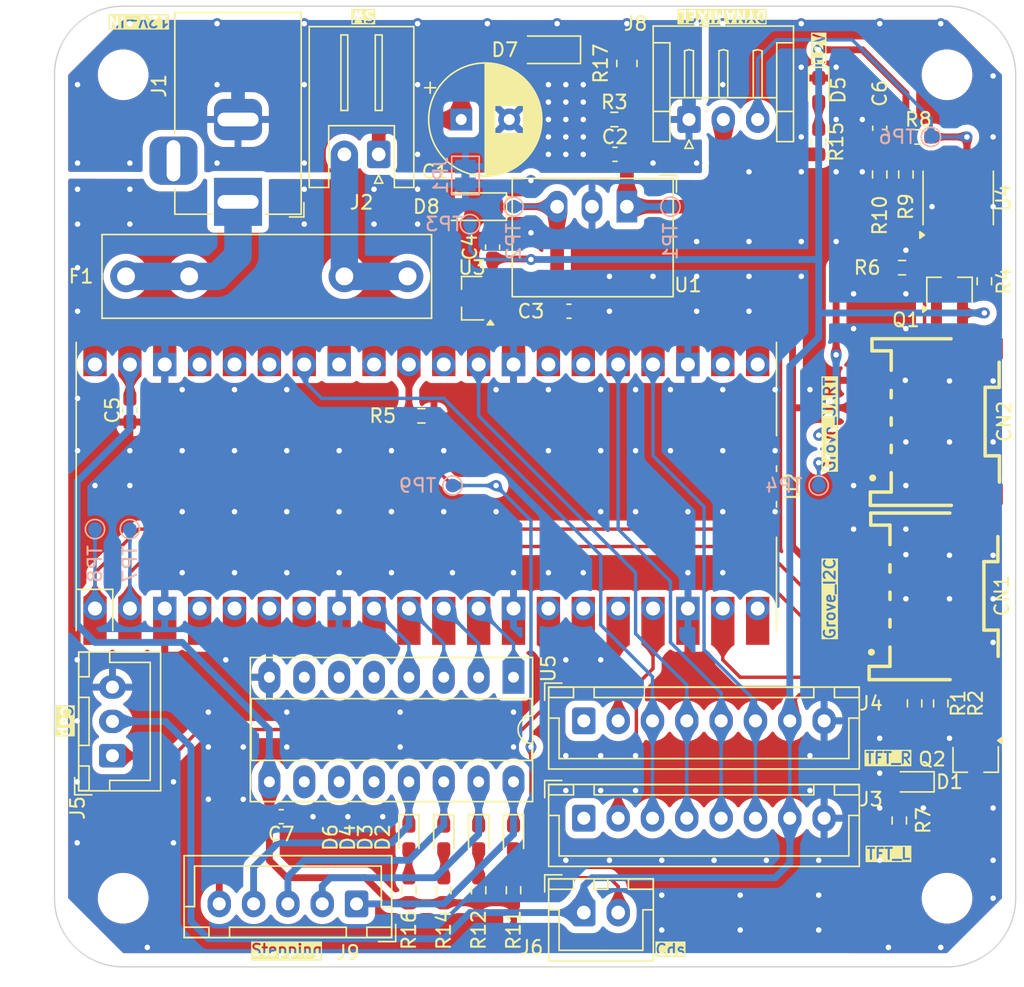
<source format=kicad_pcb>
(kicad_pcb (version 20240108) (generator "pcbnew") (generator_version "8.0")
  (layers (0 "F.Cu" signal) (31 "B.Cu" signal) (34 "B.Paste" user) (35 "F.Paste" user) (36 "B.SilkS" user "B.Silkscreen") (37 "F.SilkS" user "F.Silkscreen") (38 "B.Mask" user) (39 "F.Mask" user) (44 "Edge.Cuts" user))
  (net 0 "")
  (net 1 "+12V")
  (net 2 "Net-(D2-A)")
  (net 3 "+5V")
  (net 4 "M5_SCL")
  (net 5 "+3.3V")
  (net 6 "RST")
  (net 7 "DC")
  (net 8 "CS1")
  (net 9 "CS2")
  (net 10 "Cds")
  (net 11 "SDA")
  (net 12 "CLK")
  (net 13 "GND")
  (net 14 "Net-(D2-K)")
  (net 15 "Net-(F1-Pad1)")
  (net 16 "DebugLED")
  (net 18 "Capacitive")
  (net 19 "Net-(U4-RO)")
  (net 25 "Net-(D1-K)")
  (net 45 "Net-(D3-K)")
  (net 49 "M5_SDA")
  (net 50 "Net-(D1-A)")
  (net 51 "Net-(D3-A)")
  (net 52 "Net-(J2-Pin_2)")
  (net 53 "Net-(D4-K)")
  (net 56 "STS_Tx")
  (net 57 "Net-(Q1-B)")
  (net 58 "Net-(Q1-C)")
  (net 63 "Net-(D4-A)")
  (net 64 "Net-(D5-A)")
  (net 65 "Net-(D6-K)")
  (net 66 "Net-(D6-A)")
  (net 68 "Net-(J8-Pin_3)")
  (net 69 "Net-(U4-B)")
  (net 71 "STEP_IN1")
  (net 75 "STEP_IN2")
  (net 76 "STEP_IN3")
  (net 81 "STEP_IN4")
  (net 85 "Net-(D7-K)")
  (net 86 "Net-(D7-A)")
  (net 88 "GNDPWR")
  (footprint "Connector_BarrelJack:BarrelJack_Horizontal" (layer "F.Cu") (at 118.365 54.26 -90)
    (property "Reference" "J1")
    (property "Value" "Barrel_Jack_Switch")
  )
  (footprint "Package_TO_SOT_SMD:SC-59_Handsoldering" (layer "F.Cu") (at 172.085 94.87 -90)
    (property "Reference" "Q2")
    (property "Value" "DTD123Y")
  )
  (footprint "Resistor_SMD:R_0603_1608Metric_Pad0.98x0.95mm_HandSolder" (layer "F.Cu") (at 167.9175 49.53 180)
    (property "Reference" "R8")
    (property "Value" "10k")
  )
  (footprint "Capacitor_SMD:C_0603_1608Metric_Pad1.08x0.95mm_HandSolder" (layer "F.Cu") (at 165.1 48.895 -90)
    (property "Reference" "C6")
    (property "Value" "0.1μ 25V")
  )
  (footprint "Connector_JST:JST_XH_S2B-XH-A_1x02_P2.50mm_Horizontal" (layer "F.Cu") (at 128.611 50.8 180)
    (property "Reference" "J2")
    (property "Value" "Conn_01x02")
  )
  (footprint "Resistor_SMD:R_0603_1608Metric_Pad0.98x0.95mm_HandSolder" (layer "F.Cu") (at 165.1 52.2625 -90)
    (property "Reference" "R10")
    (property "Value" "2.2k")
  )
  (footprint "Resistor_SMD:R_0603_1608Metric_Pad0.98x0.95mm_HandSolder" (layer "F.Cu") (at 135.89 104.4175 90)
    (property "Reference" "R12")
    (property "Value" "470")
  )
  (footprint "Resistor_SMD:R_0603_1608Metric_Pad0.98x0.95mm_HandSolder" (layer "F.Cu") (at 160.655 49.8875 90)
    (property "Reference" "R15")
    (property "Value" "1k")
  )
  (footprint "Resistor_SMD:R_0603_1608Metric_Pad0.98x0.95mm_HandSolder" (layer "F.Cu") (at 166.7275 59.055)
    (property "Reference" "R6")
    (property "Value" "20k")
  )
  (footprint "LED_SMD:LED_0603_1608Metric_Pad1.05x0.95mm_HandSolder" (layer "F.Cu") (at 135.89 100.57 -90)
    (property "Reference" "D3")
    (property "Value" "LED_RED")
  )
  (footprint "Resistor_SMD:R_0603_1608Metric_Pad0.98x0.95mm_HandSolder" (layer "F.Cu") (at 169.545 90.805 90)
    (property "Reference" "R2")
    (property "Value" "10k")
  )
  (footprint "Resistor_SMD:R_0603_1608Metric_Pad0.98x0.95mm_HandSolder" (layer "F.Cu") (at 131.7225 69.85)
    (property "Reference" "R5")
    (property "Value" "10k")
  )
  (footprint "mylibrary:CONN-SMD_HY2.0-4P" (layer "F.Cu") (at 168.275 82.965 90)
    (property "Reference" "CN1")
    (property "Value" "~")
  )
  (footprint "Connector_JST:JST_XH_B5B-XH-A_1x05_P2.50mm_Vertical" (layer "F.Cu") (at 127 105.41 180)
    (property "Reference" "J9")
    (property "Value" "Conn_01x05")
  )
  (footprint "LED_SMD:LED_0603_1608Metric_Pad1.05x0.95mm_HandSolder" (layer "F.Cu") (at 167.4 96.52 180)
    (property "Reference" "D1")
    (property "Value" "LED_WHITE")
  )
  (footprint "Connector_JST:JST_XH_B3B-XH-A_1x03_P2.50mm_Vertical" (layer "F.Cu") (at 109.22 94.615 90)
    (property "Reference" "J5")
    (property "Value" "Conn_01x03")
  )
  (footprint "Capacitor_SMD:C_0603_1608Metric_Pad1.08x0.95mm_HandSolder" (layer "F.Cu") (at 145.8225 50.8 180)
    (property "Reference" "C2")
    (property "Value" "0.1μ 25V")
  )
  (footprint "Resistor_SMD:R_0603_1608Metric_Pad0.98x0.95mm_HandSolder" (layer "F.Cu") (at 167.64 90.805 90)
    (property "Reference" "R1")
    (property "Value" "10k")
  )
  (footprint "Capacitor_SMD:C_0603_1608Metric_Pad1.08x0.95mm_HandSolder" (layer "F.Cu") (at 136.906 57.5575 90)
    (property "Reference" "C4")
    (property "Value" "1μ 25V")
  )
  (footprint "Resistor_SMD:R_0603_1608Metric_Pad0.98x0.95mm_HandSolder" (layer "F.Cu") (at 138.43 104.4175 90)
    (property "Reference" "R11")
    (property "Value" "470")
  )
  (footprint "Capacitor_SMD:C_0603_1608Metric_Pad1.08x0.95mm_HandSolder" (layer "F.Cu") (at 121.5125 99.06 180)
    (property "Reference" "C7")
    (property "Value" "0.1μ 25V")
  )
  (footprint "LED_SMD:LED_0603_1608Metric_Pad1.05x0.95mm_HandSolder" (layer "F.Cu") (at 138.43 100.57 -90)
    (property "Reference" "D2")
    (property "Value" "LED_RED")
  )
  (footprint "Resistor_SMD:R_0603_1608Metric_Pad0.98x0.95mm_HandSolder" (layer "F.Cu") (at 167.005 52.2625 90)
    (property "Reference" "R9")
    (property "Value" "2.2k")
  )
  (footprint "Capacitor_SMD:C_0603_1608Metric_Pad1.08x0.95mm_HandSolder" (layer "F.Cu") (at 110.49 69.4425 90)
    (property "Reference" "C5")
    (property "Value" "0.1μ 25V")
  )
  (footprint "Converter_DCDC:Converter_DCDC_RECOM_R-78E-0.5_THT" (layer "F.Cu") (at 146.685 54.61 180)
    (property "Reference" "U1")
    (property "Value" "R-78C5.0-1.0")
  )
  (footprint "Package_TO_SOT_SMD:SOT-23_Handsoldering" (layer "F.Cu") (at 135.407 61.28 180)
    (property "Reference" "U3")
    (property "Value" "AP7333-33SGA")
  )
  (footprint "MountingHole:MountingHole_3.2mm_M3" (layer "F.Cu") (at 170 105 90)
    (property "Reference" "H3" (hide yes))
    (property "Value" "MountingHole")
  )
  (footprint "Diode_SMD:D_SOD-123F" (layer "F.Cu") (at 141.1 43.18 180)
    (property "Reference" "D7")
    (property "Value" "RB168MM-40")
  )
  (footprint "Resistor_SMD:R_0603_1608Metric_Pad0.98x0.95mm_HandSolder" (layer "F.Cu") (at 145.7725 48.26)
    (property "Reference" "R3")
    (property "Value" "2.2M")
  )
  (footprint "MountingHole:MountingHole_3.2mm_M3" (layer "F.Cu") (at 170 45 90)
    (property "Reference" "H4" (hide yes))
    (property "Value" "MountingHole")
  )
  (footprint "MountingHole:MountingHole_3.2mm_M3" (layer "F.Cu") (at 110 105 90)
    (property "Reference" "H1" (hide yes))
    (property "Value" "MountingHole")
  )
  (footprint "MountingHole:MountingHole_3.2mm_M3" (layer "F.Cu") (at 110 45 90)
    (property "Reference" "H2" (hide yes))
    (property "Value" "MountingHole")
  )
  (footprint "Connector_JST:JST_XH_B8B-XH-A_1x08_P2.50mm_Vertical" (layer "F.Cu") (at 143.55 92.075)
    (property "Reference" "J4")
    (property "Value" "st7735")
  )
  (footprint "Capacitor_SMD:C_0603_1608Metric_Pad1.08x0.95mm_HandSolder" (layer "F.Cu") (at 142.4675 62.23)
    (property "Reference" "C3")
    (property "Value" "1μ 25V")
  )
  (footprint "Connector_JST:JST_XH_B8B-XH-A_1x08_P2.50mm_Vertical" (layer "F.Cu") (at 143.55 99.17)
    (property "Reference" "J3")
    (property "Value" "st7735")
  )
  (footprint "Diode_SMD:D_SOD-123" (layer "F.Cu") (at 135.556 54.61 180)
    (property "Reference" "D8")
    (property "Value" "MMSZ4690T1G")
  )
  (footprint "Package_TO_SOT_SMD:SC-59_Handsoldering" (layer "F.Cu") (at 170.18 60.705 90)
    (property "Reference" "Q1")
    (property "Value" "2SA1162GR")
  )
  (footprint "Capacitor_THT:CP_Radial_D8.0mm_P3.50mm" (layer "F.Cu") (at 134.62 48.26)
    (property "Reference" "C1")
    (property "Value" "220μ50V")
  )
  (footprint "Resistor_SMD:R_0805_2012Metric_Pad1.20x1.40mm_HandSolder" (layer "F.Cu") (at 146.685 44.18 -90)
    (property "Reference" "R17")
    (property "Value" "10")
  )
  (footprint "Fuse:Fuseholder_Littelfuse_100_series_5x20mm" (layer "F.Cu") (at 110.211 59.69)
    (property "Reference" "F1")
    (property "Value" "Fuse_Small")
  )
  (footprint "Package_DIP:DIP-16_W7.62mm_Socket_LongPads" (layer "F.Cu") (at 138.43 88.9 -90)
    (property "Reference" "U5")
    (property "Value" "ULN2003A")
  )
  (footprint "LED_SMD:LED_0603_1608Metric_Pad1.05x0.95mm_HandSolder" (layer "F.Cu") (at 130.81 100.57 -90)
    (property "Reference" "D6")
    (property "Value" "LED_RED")
  )
  (footprint "Resistor_SMD:R_0603_1608Metric_Pad0.98x0.95mm_HandSolder" (layer "F.Cu") (at 172.72 60.0475 -90)
    (property "Reference" "R4")
    (property "Value" "7.5k")
  )
  (footprint "LED_SMD:LED_0603_1608Metric_Pad1.05x0.95mm_HandSolder" (layer "F.Cu") (at 160.655 46.115 -90)
    (property "Reference" "D5")
    (property "Value" "LED_BLUE")
  )
  (footprint "Resistor_SMD:R_0603_1608Metric_Pad0.98x0.95mm_HandSolder" (layer "F.Cu") (at 166.525 99.3375 90)
    (property "Reference" "R7")
    (property "Value" "330")
  )
  (footprint "RPi_Pico:RPi_Pico_SMD_TH" (layer "F.Cu") (at 132.08 75 90)
    (property "Reference" "U2")
    (property "Value" "Pico")
  )
  (footprint "mylibrary:CONN-SMD_HY2.0-4P" (layer "F.Cu") (at 168.365 70.265 90)
    (property "Reference" "CN2")
    (property "Value" "~")
  )
  (footprint "Connector_JST:JST_EH_S3B-EH_1x03_P2.50mm_Horizontal" (layer "F.Cu") (at 151.21 48.26)
    (property "Reference" "J8")
    (property "Value" "Conn_01x03")
  )
  (footprint "Connector_JST:JST_XH_B2B-XH-A_1x02_P2.50mm_Vertical" (layer "F.Cu") (at 143.55 106.045)
    (property "Reference" "J6")
    (property "Value" "Conn_01x02")
  )
  (footprint "Resistor_SMD:R_0603_1608Metric_Pad0.98x0.95mm_HandSolder" (layer "F.Cu") (at 130.81 104.4175 90)
    (property "Reference" "R16")
    (property "Value" "470")
  )
  (footprint "Resistor_SMD:R_0603_1608Metric_Pad0.98x0.95mm_HandSolder" (layer "F.Cu") (at 133.35 104.4175 90)
    (property "Reference" "R14")
    (property "Value" "470")
  )
  (footprint "Package_SO:SOP-8_3.9x4.9mm_P1.27mm" (layer "F.Cu") (at 170.815 53.975 90)
    (property "Reference" "U4")
    (property "Value" "MAX3485")
  )
  (footprint "LED_SMD:LED_0603_1608Metric_Pad1.05x0.95mm_HandSolder" (layer "F.Cu") (at 133.35 100.57 -90)
    (property "Reference" "D4")
    (property "Value" "LED_RED")
  )
  (footprint "TestPoint:TestPoint_Pad_D1.0mm" (layer "B.Cu") (at 149.86 54.61 180)
    (property "Reference" "TP1")
    (property "Value" "TestPoint_Small")
  )
  (footprint "TestPoint:TestPoint_Pad_D1.0mm" (layer "B.Cu") (at 107.95 78.105 180)
    (property "Reference" "TP8")
    (property "Value" "TestPoint_Small")
  )
  (footprint "TestPoint:TestPoint_Pad_D1.0mm" (layer "B.Cu") (at 135.255 55.88 180)
    (property "Reference" "TP3")
    (property "Value" "TestPoint_Small")
  )
  (footprint "TestPoint:TestPoint_Pad_D1.0mm" (layer "B.Cu") (at 110.49 78.105 180)
    (property "Reference" "TP7")
    (property "Value" "TestPoint_Small")
  )
  (footprint "TestPoint:TestPoint_Pad_D1.0mm" (layer "B.Cu") (at 168.829 49.53 180)
    (property "Reference" "TP6")
    (property "Value" "TestPoint_Small")
  )
  (footprint "TestPoint:TestPoint_Pad_D1.0mm" (layer "B.Cu") (at 160.655 74.93 180)
    (property "Reference" "TP4")
    (property "Value" "TestPoint_Small")
  )
  (footprint "Jumper:SolderJumper-2_P1.3mm_Bridged_Pad1.0x1.5mm" (layer "B.Cu") (at 134.93 52.339 -90)
    (property "Reference" "JP1")
    (property "Value" "Jumper_2_Bridged")
  )
  (footprint "TestPoint:TestPoint_Pad_D1.0mm" (layer "B.Cu") (at 133.985 74.93 180)
    (property "Reference" "TP9")
    (property "Value" "TestPoint_Small")
  )
  (footprint "TestPoint:TestPoint_Pad_D1.0mm" (layer "B.Cu") (at 138.43 54.61 180)
    (property "Reference" "TP2")
    (property "Value" "TestPoint_Small")
  )
  (gr_line (start 105 45) (end 105 105) (stroke (width 0.1)) (layer "Edge.Cuts"))
  (gr_arc (start 175 105) (mid 173.535534 108.535534) (end 170 110) (stroke (width 0.1)) (layer "Edge.Cuts"))
  (gr_arc (start 105 45) (mid 106.464466 41.464466) (end 110 40) (stroke (width 0.1)) (layer "Edge.Cuts"))
  (gr_arc (start 110 110) (mid 106.464466 108.535534) (end 105 105) (stroke (width 0.1)) (layer "Edge.Cuts"))
  (gr_line (start 110 110) (end 170 110) (stroke (width 0.1)) (layer "Edge.Cuts"))
  (gr_line (start 170 40) (end 110 40) (stroke (width 0.1)) (layer "Edge.Cuts"))
  (gr_arc (start 170 40) (mid 173.535534 41.464466) (end 175 45) (stroke (width 0.1)) (layer "Edge.Cuts"))
  (gr_line (start 175 105) (end 175 45) (stroke (width 0.1)) (layer "Edge.Cuts"))
  (gr_text "12V" (at 161.163 44.323 90) (layer "F.SilkS" knockout) (effects (font (size 0.8 0.8)) (justify left bottom)))
  (gr_text "DYNAMIXEL" (at 153.67 40.259 180) (layer "F.SilkS" knockout) (effects (font (size 0.8 0.8)) (justify bottom)))
  (gr_text "Grove_UART" (at 161.925 70.485 90) (layer "F.SilkS" knockout) (effects (font (size 0.8 0.8)) (justify bottom)))
  (gr_text "Grove_I2C" (at 161.925 83.185 90) (layer "F.SilkS" knockout) (effects (font (size 0.8 0.8)) (justify bottom)))
  (gr_text "SW" (at 127.508 40.259 180) (layer "F.SilkS" knockout) (effects (font (size 0.8 0.8)) (justify bottom)))
  (gr_text "TFT_R" (at 165.735 95.25 0) (layer "F.SilkS" knockout) (effects (font (size 0.8 0.8)) (justify bottom)))
  (gr_text "Cap" (at 105.41 92.075 -90) (layer "F.SilkS" knockout) (effects (font (size 0.8 0.8)) (justify bottom)))
  (gr_text "Cds" (at 149.86 109.22 0) (layer "F.SilkS" knockout) (effects (font (size 0.8 0.8)) (justify bottom)))
  (gr_text "12V-IN" (at 111.125 40.64 180) (layer "F.SilkS" knockout) (effects (font (size 0.8 0.8)) (justify bottom)))
  (gr_text "Stepping" (at 121.92 109.22 0) (layer "F.SilkS" knockout) (effects (font (size 0.8 0.8)) (justify bottom)))
  (gr_text "TFT_L" (at 165.735 102.235 0) (layer "F.SilkS" knockout) (effects (font (size 0.8 0.8)) (justify bottom)))
  (segment (start 153.71 50.8) (end 153.71 54.61) (width 1) (layer "F.Cu") (net 1))
  (segment (start 146.685 54.61) (end 153.71 54.61) (width 1) (layer "F.Cu") (net 1))
  (segment (start 153.71 48.26) (end 153.71 50.8) (width 1) (layer "F.Cu") (net 1))
  (segment (start 146.685 54.61) (end 146.685 45.18) (width 1) (layer "F.Cu") (net 1))
  (segment (start 160.655 50.8) (end 153.71 50.8) (width 1) (layer "F.Cu") (net 1))
  (segment (start 146.685 54.61) (end 149.86 54.61) (width 0.5) (layer "B.Cu") (net 1))
  (segment (start 138.43 101.445) (end 138.43 103.505) (width 0.5) (layer "F.Cu") (net 2))
  (segment (start 120.65 102.235) (end 121.92 103.505) (width 0.5) (layer "F.Cu") (net 3))
  (segment (start 135.89 105.33) (end 138.43 105.33) (width 0.5) (layer "F.Cu") (net 3))
  (segment (start 117 100.17) (end 117 105.41) (width 0.5) (layer "F.Cu") (net 3))
  (segment (start 132.715 62.865) (end 111.125 62.865) (width 0.5) (layer "F.Cu") (net 3))
  (segment (start 130.81 105.33) (end 133.35 105.33) (width 0.5) (layer "F.Cu") (net 3))
  (segment (start 133.35 62.23) (end 132.715 62.865) (width 0.5) (layer "F.Cu") (net 3))
  (segment (start 133.35 105.33) (end 135.89 105.33) (width 0.5) (layer "F.Cu") (net 3))
  (segment (start 111.125 62.865) (end 110.49 63.5) (width 0.5) (layer "F.Cu") (net 3))
  (segment (start 162.005 108.505) (end 166.525 103.985) (width 0.5) (layer "F.Cu") (net 3))
  (segment (start 139.62 108.505) (end 162.005 108.505) (width 0.5) (layer "F.Cu") (net 3))
  (segment (start 164.465 69.265) (end 158.8 69.265) (width 0.5) (layer "F.Cu") (net 3))
  (segment (start 137.206 54.61) (end 141.605 54.61) (width 0.5) (layer "F.Cu") (net 3))
  (segment (start 120.65 99.06) (end 120.65 102.235) (width 0.5) (layer "F.Cu") (net 3))
  (segment (start 129.46 105.33) (end 130.81 105.33) (width 0.5) (layer "F.Cu") (net 3))
  (segment (start 110.49 66.11) (end 110.49 68.58) (width 0.5) (layer "F.Cu") (net 3))
  (segment (start 156.21 60.96) (end 158.75 63.5) (width 0.5) (layer "F.Cu") (net 3))
  (segment (start 121.92 103.505) (end 127.635 103.505) (width 0.5) (layer "F.Cu") (net 3))
  (segment (start 118.11 99.06) (end 117 100.17) (width 0.5) (layer "F.Cu") (net 3))
  (segment (start 138.43 105.33) (end 138.43 107.315) (width 0.5) (layer "F.Cu") (net 3))
  (segment (start 120.65 96.52) (end 120.65 99.06) (width 0.5) (layer "F.Cu") (net 3))
  (segment (start 141.605 62.23) (end 142.875 60.96) (width 0.5) (layer "F.Cu") (net 3))
  (segment (start 158.8 69.265) (end 158.75 69.215) (width 0.5) (layer "F.Cu") (net 3))
  (segment (start 120.65 99.06) (end 118.11 99.06) (width 0.5) (layer "F.Cu") (net 3))
  (segment (start 127.635 103.505) (end 129.46 105.33) (width 0.5) (layer "F.Cu") (net 3))
  (segment (start 158.75 63.5) (end 158.75 79.375) (width 0.5) (layer "F.Cu") (net 3))
  (segment (start 138.43 107.315) (end 139.62 108.505) (width 0.5) (layer "F.Cu") (net 3))
  (segment (start 161.34 81.965) (end 164.375 81.965) (width 0.5) (layer "F.Cu") (net 3))
  (segment (start 158.75 79.375) (end 161.34 81.965) (width 0.5) (layer "F.Cu") (net 3))
  (segment (start 141.605 62.23) (end 133.35 62.23) (width 0.5) (layer "F.Cu") (net 3))
  (segment (start 142.875 60.96) (end 156.21 60.96) (width 0.5) (layer "F.Cu") (net 3))
  (segment (start 141.605 54.61) (end 141.605 62.23) (width 1) (layer "F.Cu") (net 3))
  (segment (start 110.49 63.5) (end 110.49 66.11) (width 0.5) (layer "F.Cu") (net 3))
  (segment (start 166.525 103.985) (end 166.525 100.25) (width 0.5) (layer "F.Cu") (net 3))
  (segment (start 106.65 74.6425) (end 106.65 85.061739) (width 0.5) (layer "B.Cu") (net 3))
  (segment (start 138.43 54.61) (end 141.605 54.61) (width 0.25) (layer "B.Cu") (net 3))
  (segment (start 120.65 92.71) (end 120.65 96.52) (width 0.5) (layer "B.Cu") (net 3))
  (segment (start 110.49 70.8025) (end 106.65 74.6425) (width 0.5) (layer "B.Cu") (net 3))
  (segment (start 106.65 85.061739) (end 107.948261 86.36) (width 0.5) (layer "B.Cu") (net 3))
  (segment (start 110.49 66.11) (end 110.49 70.8025) (width 0.5) (layer "B.Cu") (net 3))
  (segment (start 107.948261 86.36) (end 114.3 86.36) (width 0.5) (layer "B.Cu") (net 3))
  (segment (start 114.3 86.36) (end 120.65 92.71) (width 0.5) (layer "B.Cu") (net 3))
  (segment (start 164.375 85.965) (end 160.895 85.965) (width 0.25) (layer "F.Cu") (net 4))
  (segment (start 160.895 85.965) (end 154.305 79.375) (width 0.25) (layer "F.Cu") (net 4))
  (segment (start 167.64 86.36) (end 167.64 89.8925) (width 0.25) (layer "F.Cu") (net 4))
  (segment (start 112.395 79.375) (end 110.49 81.28) (width 0.25) (layer "F.Cu") (net 4))
  (segment (start 110.49 81.28) (end 110.49 83.89) (width 0.25) (layer "F.Cu") (net 4))
  (segment (start 167.245 85.965) (end 167.64 86.36) (width 0.25) (layer "F.Cu") (net 4))
  (segment (start 164.375 85.965) (end 167.245 85.965) (width 0.25) (layer "F.Cu") (net 4))
  (segment (start 154.305 79.375) (end 112.395 79.375) (width 0.25) (layer "F.Cu") (net 4))
  (segment (start 110.49 78.105) (end 110.49 83.89) (width 0.25) (layer "B.Cu") (net 4))
  (segment (start 136.906 58.42) (end 136.906 60.33) (width 0.5) (layer "F.Cu") (net 5))
  (segment (start 139.66 58.42) (end 136.906 58.42) (width 0.5) (layer "F.Cu") (net 5))
  (segment (start 139.7 58.46) (end 139.66 58.42) (width 0.5) (layer "F.Cu") (net 5))
  (segment (start 163.83 43.18) (end 167.005 46.355) (width 0.5) (layer "F.Cu") (net 5))
  (segment (start 158.55 90.8725) (end 158.55 92.075) (width 0.25) (layer "F.Cu") (net 5))
  (segment (start 167.64 91.7175) (end 165.965191 91.7175) (width 0.25) (layer "F.Cu") (net 5))
  (segment (start 171.13 62.355) (end 172.72 62.355) (width 0.5) (layer "F.Cu") (net 5))
  (segment (start 167.005 46.355) (end 167.005 49.53) (width 0.5) (layer "F.Cu") (net 5))
  (segment (start 165.965191 91.7175) (end 164.417691 90.17) (width 0.25) (layer "F.Cu") (net 5))
  (segment (start 160.655 43.18) (end 163.83 43.18) (width 0.5) (layer "F.Cu") (net 5))
  (segment (start 165.1 48.0325) (end 167.005 48.0325) (width 0.5) (layer "F.Cu") (net 5))
  (segment (start 167.005 51.35) (end 168.91 51.35) (width 0.5) (layer "F.Cu") (net 5))
  (segment (start 167.005 48.78125) (end 167.005 51.35) (width 0.5) (layer "F.Cu") (net 5))
  (segment (start 159.2525 90.17) (end 158.55 90.8725) (width 0.25) (layer "F.Cu") (net 5))
  (segment (start 167.64 91.7175) (end 169.545 91.7175) (width 0.25) (layer "F.Cu") (net 5))
  (segment (start 164.417691 90.17) (end 159.2525 90.17) (width 0.25) (layer "F.Cu") (net 5))
  (via (at 160.655 43.18) (size 0.8) (drill 0.4) (layers "F.Cu" "B.Cu") (net 5))
  (via (at 172.72 62.355) (size 0.8) (drill 0.4) (layers "F.Cu" "B.Cu") (net 5))
  (via (at 139.7 58.46) (size 0.8) (drill 0.4) (layers "F.Cu" "B.Cu") (net 5))
  (segment (start 160.78 62.355) (end 160.655 62.23) (width 0.5) (layer "B.Cu") (net 5))
  (segment (start 172.72 62.355) (end 160.78 62.355) (width 0.5) (layer "B.Cu") (net 5))
  (segment (start 133.35 107.95) (end 135.255 106.045) (width 0.5) (layer "B.Cu") (net 5))
  (segment (start 158.55 102.435) (end 157.48 103.505) (width 0.5) (layer "B.Cu") (net 5))
  (segment (start 139.7 58.46) (end 160.615 58.46) (width 0.5) (layer "B.Cu") (net 5))
  (segment (start 109.22 92.115) (end 113.07 92.115) (width 0.5) (layer "B.Cu") (net 5))
  (segment (start 116.205 107.95) (end 133.35 107.95) (width 0.5) (layer "B.Cu") (net 5))
  (segment (start 158.55 92.075) (end 158.55 99.17) (width 0.25) (layer "B.Cu") (net 5))
  (segment (start 114.935 106.68) (end 116.205 107.95) (width 0.5) (layer "B.Cu") (net 5))
  (segment (start 158.55 99.17) (end 158.55 102.435) (width 0.5) (layer "B.Cu") (net 5))
  (segment (start 160.615 58.46) (end 160.655 58.42) (width 0.5) (layer "B.Cu") (net 5))
  (segment (start 135.93 58.46) (end 135.255 57.785) (width 0.25) (layer "B.Cu") (net 5))
  (segment (start 160.655 62.23) (end 160.655 64.135) (width 0.5) (layer "B.Cu") (net 5))
  (segment (start 157.48 103.505) (end 144.145 103.505) (width 0.5) (layer "B.Cu") (net 5))
  (segment (start 160.655 43.18) (end 160.655 58.42) (width 0.5) (layer "B.Cu") (net 5))
  (segment (start 113.07 92.115) (end 114.935 93.98) (width 0.5) (layer "B.Cu") (net 5))
  (segment (start 114.935 93.98) (end 114.935 106.68) (width 0.5) (layer "B.Cu") (net 5))
  (segment (start 158.55 66.24) (end 158.55 92.075) (width 0.5) (layer "B.Cu") (net 5))
  (segment (start 143.55 104.1) (end 143.55 106.045) (width 0.5) (layer "B.Cu") (net 5))
  (segment (start 144.145 103.505) (end 143.55 104.1) (width 0.5) (layer "B.Cu") (net 5))
  (segment (start 135.255 106.045) (end 143.55 106.045) (width 0.5) (layer "B.Cu") (net 5))
  (segment (start 135.255 57.785) (end 135.255 55.88) (width 0.25) (layer "B.Cu") (net 5))
  (segment (start 160.655 58.42) (end 160.655 62.23) (width 0.5) (layer "B.Cu") (net 5))
  (segment (start 139.7 58.46) (end 135.93 58.46) (width 0.25) (layer "B.Cu") (net 5))
  (segment (start 160.655 64.135) (end 158.55 66.24) (width 0.5) (layer "B.Cu") (net 5))
  (segment (start 147.32 85.725) (end 147.32 81.28) (width 0.25) (layer "B.Cu") (net 6))
  (segment (start 147.32 81.28) (end 135.89 69.85) (width 0.25) (layer "B.Cu") (net 6))
  (segment (start 151.05 92.075) (end 151.05 99.17) (width 0.25) (layer "B.Cu") (net 6))
  (segment (start 151.05 89.455) (end 147.32 85.725) (width 0.25) (layer "B.Cu") (net 6))
  (segment (start 135.89 69.85) (end 135.89 66.11) (width 0.25) (layer "B.Cu") (net 6))
  (segment (start 151.05 92.075) (end 151.05 89.455) (width 0.25) (layer "B.Cu") (net 6))
  (segment (start 148.59 92.035) (end 148.55 92.075) (width 0.25) (layer "F.Cu") (net 7))
  (segment (start 144.78 80.01) (end 133.35 68.58) (width 0.25) (layer "B.Cu") (net 7))
  (segment (start 133.35 68.58) (end 124.46 68.58) (width 0.25) (layer "B.Cu") (net 7))
  (segment (start 148.55 92.075) (end 148.55 99.17) (width 0.25) (layer "B.Cu") (net 7))
  (segment (start 148.55 92.075) (end 148.55 88.86) (width 0.25) (layer "B.Cu") (net 7))
  (segment (start 124.46 68.58) (end 123.19 67.31) (width 0.25) (layer "B.Cu") (net 7))
  (segment (start 144.78 85.09) (end 144.78 80.01) (width 0.25) (layer "B.Cu") (net 7))
  (segment (start 123.19 67.31) (end 123.19 66.11) (width 0.25) (layer "B.Cu") (net 7))
  (segment (start 148.55 88.86) (end 144.78 85.09) (width 0.25) (layer "B.Cu") (net 7))
  (segment (start 146.05 94.615) (end 146.05 99.17) (width 0.25) (layer "F.Cu") (net 8))
  (segment (start 147.375 89.48) (end 147.375 93.29) (width 0.25) (layer "F.Cu") (net 8))
  (segment (start 147.375 93.29) (end 146.05 94.615) (width 0.25) (layer "F.Cu") (net 8))
  (segment (start 148.59 83.89) (end 148.59 88.265) (width 0.25) (layer "F.Cu") (net 8))
  (segment (start 148.59 88.265) (end 147.375 89.48) (width 0.25) (layer "F.Cu") (net 8))
  (segment (start 146.05 92.075) (end 146.05 83.89) (width 0.25) (layer "F.Cu") (net 9))
  (segment (start 137.16 74.93) (end 133.985 74.93) (width 0.25) (layer "F.Cu") (net 10))
  (segment (start 130.81 71.755) (end 130.81 69.85) (width 0.25) (layer "F.Cu") (net 10))
  (segment (start 133.985 74.93) (end 130.81 71.755) (width 0.25) (layer "F.Cu") (net 10))
  (segment (start 146.05 104.14) (end 146.05 106.045) (width 0.25) (layer "F.Cu") (net 10))
  (segment (start 139.7 102.235) (end 140.97 103.505) (width 0.25) (layer "F.Cu") (net 10))
  (segment (start 130.81 66.11) (end 130.81 69.85) (width 0.5) (layer "F.Cu") (net 10))
  (segment (start 139.7 93.98) (end 139.7 102.235) (width 0.25) (layer "F.Cu") (net 10))
  (segment (start 140.97 103.505) (end 145.415 103.505) (width 0.25) (layer "F.Cu") (net 10))
  (segment (start 145.415 103.505) (end 146.05 104.14) (width 0.25) (layer "F.Cu") (net 10))
  (via (at 137.16 74.93) (size 0.8) (drill 0.4) (layers "F.Cu" "B.Cu") (net 10))
  (via (at 139.7 93.98) (size 0.8) (drill 0.4) (layers "F.Cu" "B.Cu") (net 10))
  (segment (start 139.7 93.98) (end 139.7 77.47) (width 0.25) (layer "B.Cu") (net 10))
  (segment (start 133.985 74.93) (end 137.16 74.93) (width 0.25) (layer "B.Cu") (net 10))
  (segment (start 139.7 77.47) (end 137.16 74.93) (width 0.25) (layer "B.Cu") (net 10))
  (segment (start 146.05 78.105) (end 146.05 66.11) (width 0.25) (layer "B.Cu") (net 11))
  (segment (start 153.55 92.075) (end 153.55 90.05) (width 0.25) (layer "B.Cu") (net 11))
  (segment (start 153.55 90.05) (end 149.86 86.36) (width 0.25) (layer "B.Cu") (net 11))
  (segment (start 153.55 92.075) (end 153.55 99.17) (width 0.25) (layer "B.Cu") (net 11))
  (segment (start 149.86 81.915) (end 146.05 78.105) (width 0.25) (layer "B.Cu") (net 11))
  (segment (start 149.86 86.36) (end 149.86 81.915) (width 0.25) (layer "B.Cu") (net 11))
  (segment (start 156.05 92.075) (end 156.05 90.645) (width 0.25) (layer "B.Cu") (net 12))
  (segment (start 156.05 92.075) (end 156.05 99.17) (width 0.25) (layer "B.Cu") (net 12))
  (segment (start 152.305 76.475) (end 148.59 72.76) (width 0.25) (layer "B.Cu") (net 12))
  (segment (start 156.05 90.645) (end 152.305 86.9) (width 0.25) (layer "B.Cu") (net 12))
  (segment (start 152.305 86.9) (end 152.305 76.475) (width 0.25) (layer "B.Cu") (net 12))
  (segment (start 148.59 72.76) (end 148.59 66.11) (width 0.25) (layer "B.Cu") (net 12))
  (segment (start 144.145 54.61) (end 144.145 57.15) (width 0.5) (layer "F.Cu") (net 13))
  (segment (start 138.43 69.215) (end 138.43 66.11) (width 0.5) (layer "F.Cu") (net 13))
  (segment (start 133.906 54.61) (end 133.906 56.695) (width 0.5) (layer "F.Cu") (net 13))
  (segment (start 113.03 83.89) (end 113.03 88.9) (width 0.5) (layer "F.Cu") (net 13))
  (segment (start 145.415 58.42) (end 144.145 57.15) (width 0.5) (layer "F.Cu") (net 13))
  (segment (start 162.56 45.24) (end 162.56 51.35) (width 0.5) (layer "F.Cu") (net 13))
  (segment (start 109.22 89.615) (end 112.315 89.615) (width 0.5) (layer "F.Cu") (net 13))
  (segment (start 106.65 70.305) (end 106.65 100.965) (width 0.5) (layer "F.Cu") (net 13))
  (segment (start 164.465 67.265) (end 160.33 67.265) (width 0.5) (layer "F.Cu") (net 13))
  (segment (start 151.13 81.28) (end 113.03 81.28) (width 0.5) (layer "F.Cu") (net 13))
  (segment (start 160.33 54.61) (end 160.33 56.84) (width 0.5) (layer "F.Cu") (net 13))
  (segment (start 145.415 59.69) (end 145.415 58.42) (width 0.5) (layer "F.Cu") (net 13))
  (segment (start 133.906 56.695) (end 136.906 56.695) (width 0.5) (layer "F.Cu") (net 13))
  (segment (start 133.906 61.28) (end 133.906 56.695) (width 0.5) (layer "F.Cu") (net 13))
  (segment (start 110.49 70.305) (end 106.65 70.305) (width 0.5) (layer "F.Cu") (net 13))
  (segment (start 138.43 83.89) (end 138.43 81.28) (width 0.5) (layer "F.Cu") (net 13))
  (segment (start 145.415 58.42) (end 160.33 58.42) (width 0.5) (layer "F.Cu") (net 13))
  (segment (start 151.13 81.28) (end 151.13 83.89) (width 0.5) (layer "F.Cu") (net 13))
  (segment (start 161.05 94.855) (end 161.05 99.17) (width 0.5) (layer "F.Cu") (net 13))
  (segment (start 172.72 53.3925) (end 171.5025 54.61) (width 0.5) (layer "F.Cu") (net 13))
  (segment (start 162.56 51.35) (end 162.56 54.61) (width 0.5) (layer "F.Cu") (net 13))
  (segment (start 167.005 79.965) (end 164.375 79.965) (width 0.5) (layer "F.Cu") (net 13))
  (segment (start 162.685 93.22) (end 161.05 94.855) (width 0.5) (layer "F.Cu") (net 13))
  (segment (start 110.49 70.305) (end 113.03 70.305) (width 0.5) (layer "F.Cu") (net 13))
  (segment (start 143.33 62.23) (end 145.415 62.23) (width 0.5) (layer "F.Cu") (net 13))
  (segment (start 113.03 88.9) (end 120.65 88.9) (width 0.5) (layer "F.Cu") (net 13))
  (segment (start 165.815 59.055) (end 165.815 62.15) (width 0.5) (layer "F.Cu") (net 13))
  (segment (start 151.13 85.5) (end 151.13 83.89) (width 0.25) (layer "F.Cu") (net 13))
  (segment (start 162.56 54.61) (end 160.33 54.61) (width 0.5) (layer "F.Cu") (net 13))
  (segment (start 160.33 67.265) (end 160.33 56.84) (width 0.5) (layer "F.Cu") (net 13))
  (segment (start 165.1 49.7575) (end 165.1 51.35) (width 0.5) (layer "F.Cu") (net 13))
  (segment (start 172.72 51.35) (end 172.72 53.3925) (width 0.5) (layer "F.Cu") (net 13))
  (segment (start 164.465 63.5) (end 164.465 67.265) (width 0.5) (layer "F.Cu") (net 13))
  (segment (start 113.03 81.28) (end 113.03 83.89) (width 0.5) (layer "F.Cu") (net 13))
  (segment (start 137.795 69.85) (end 138.43 69.215) (width 0.5) (layer "F.Cu") (net 13))
  (segment (start 171.135 93.22) (end 162.685 93.22) (width 0.5) (layer "F.Cu") (net 13))
  (segment (start 166.96 67.265) (end 164.465 67.265) (width 0.5) (layer "F.Cu") (net 13))
  (segment (start 125.73 83.89) (end 125.73 81.28) (width 0.5) (layer "F.Cu") (net 13))
  (segment (start 160.655 45.24) (end 162.56 45.24) (width 0.5) (layer "F.Cu") (net 13))
  (segment (start 165.815 62.15) (end 164.465 63.5) (width 0.5) (layer "F.Cu") (net 13))
  (segment (start 113.03 70.305) (end 113.03 66.11) (width 0.5) (layer "F.Cu") (net 13))
  (segment (start 112.315 89.615) (end 113.03 88.9) (width 0.5) (layer "F.Cu") (net 13))
  (segment (start 165.1 51.35) (end 162.56 51.35) (width 0.5) (layer "F.Cu") (net 13))
  (segment (start 132.635 69.85) (end 137.795 69.85) (width 0.5) (layer "F.Cu") (net 13))
  (segment (start 171.5025 54.61) (end 162.56 54.61) (width 0.5) (layer "F.Cu") (net 13))
  (via (at 173.355 67.31) (size 0.8) (drill 0.4) (layers "F.Cu" "B.Cu") (net 13))
  (via (at 161.925 48.26) (size 0.8) (drill 0.4) (layers "F.Cu" "B.Cu") (net 13))
  (via (at 167.005 74.93) (size 0.8) (drill 0.4) (layers "F.Cu" "B.Cu") (net 13))
  (via (at 170.18 93.345) (size 0.8) (drill 0.4) (layers "F.Cu" "B.Cu") (net 13))
  (via (at 129.54 72.39) (size 0.8) (drill 0.4) (layers "F.Cu" "B.Cu") (net 13))
  (via (at 147.32 97.155) (size 0.8) (drill 0.4) (layers "F.Cu" "B.Cu") (net 13))
  (via (at 155.575 52.07) (size 0.8) (drill 0.4) (layers "F.Cu" "B.Cu") (net 13))
  (via (at 110.49 53.34) (size 0.8) (drill 0.4) (layers "F.Cu" "B.Cu") (net 13))
  (via (at 160.02 94.615) (size 0.8) (drill 0.4) (layers "F.Cu" "B.Cu") (net 13))
  (via (at 123.19 55.88) (size 0.8) (drill 0.4) (layers "F.Cu" "B.Cu") (net 13))
  (via (at 149.86 67.945) (size 0.8) (drill 0.4) (layers "F.Cu" "B.Cu") (net 13))
  (via (at 148.59 59.69) (size 0.8) (drill 0.4) (layers "F.Cu" "B.Cu") (net 13))
  (via (at 173.355 80.01) (size 0.8) (drill 0.4) (layers "F.Cu" "B.Cu") (net 13))
  (via (at 116.205 91.44) (size 0.8) (drill 0.4) (layers "F.Cu" "B.Cu") (net 13))
  (via (at 140.97 72.39) (size 0.8) (drill 0.4) (layers "F.Cu" "B.Cu") (net 13))
  (via (at 163.195 63.5) (size 0.8) (drill 0.4) (layers "F.Cu" "B.Cu") (net 13))
  (via (at 160.655 102.235) (size 0.8) (drill 0.4) (layers "F.Cu" "B.Cu") (net 13))
  (via (at 161.925 57.15) (size 0.8) (drill 0.4) (layers "F.Cu" "B.Cu") (net 13))
  (via (at 125.73 81.28) (size 0.8) (drill 0.4) (layers "F.Cu" "B.Cu") (net 13))
  (via (at 165.1 102.235) (size 0.8) (drill 0.4) (layers "F.Cu" "B.Cu") (net 13))
  (via (at 116.205 93.98) (size 0.8) (drill 0.4) (layers "F.Cu" "B.Cu") (net 13))
  (via (at 145.415 102.235) (size 0.8) (drill 0.4) (layers "F.Cu" "B.Cu") (net 13))
  (via (at 118.11 76.835) (size 0.8) (drill 0.4) (layers "F.Cu" "B.Cu") (net 13))
  (via (at 145.415 59.69) (size 0.8) (drill 0.4) (layers "F.Cu" "B.Cu") (net 13))
  (via (at 106.65 96.52) (size 0.8) (drill 0.4) (layers "F.Cu" "B.Cu") (net 13))
  (via (at 133.35 72.39) (size 0.8) (drill 0.4) (layers "F.Cu" "B.Cu") (net 13))
  (via (at 170.18 80.01) (size 0.8) (drill 0.4) (layers "F.Cu" "B.Cu") (net 13))
  (via (at 173.355 54.61) (size 0.8) (drill 0.4) (layers "F.Cu" "B.Cu") (net 13))
  (via (at 160.02 97.155) (size 0.8) (drill 0.4) (layers "F.Cu" "B.Cu") (net 13))
  (via (at 170.18 83.185) (size 0.8) (drill 0.4) (layers "F.Cu" "B.Cu") (net 13))
  (via (at 160.655 104.775) (size 0.8) (drill 0.4) (layers "F.Cu" "B.Cu") (net 13))
  (via (at 144.78 72.39) (size 0.8) (drill 0.4) (layers "F.Cu" "B.Cu") (net 13))
  (via (at 173.355 86.36) (size 0.8) (drill 0.4) (layers "F.Cu" "B.Cu") (net 13))
  (via (at 155.575 59.69) (size 0.8) (drill 0.4) (layers "F.Cu" "B.Cu") (net 13))
  (via (at 167.005 60.96) (size 0.8) (drill 0.4) (layers "F.Cu" "B.Cu") (net 13))
  (via (at 121.92 91.44) (size 0.8) (drill 0.4) (layers "F.Cu" "B.Cu") (net 13))
  (via (at 140.97 67.945) (size 0.8) (drill 0.4) (layers "F.Cu" "B.Cu") (net 13))
  (via (at 114.3 72.39) (size 0.8) (drill 0.4) (layers "F.Cu" "B.Cu") (net 13))
  (via (at 111.76 108.585) (size 0.8) (drill 0.4) (layers "F.Cu" "B.Cu") (net 13))
  (via (at 107.95 74.93) (size 0.8) (drill 0.4) (layers "F.Cu" "B.Cu") (net 13))
  (via (at 116.205 97.79) (size 0.8) (drill 0.4) (layers "F.Cu" "B.Cu") (net 13))
  (via (at 113.665 100.965) (size 0.8) (drill 0.4) (layers "F.Cu" "B.Cu") (net 13))
  (via (at 173.355 71.755) (size 0.8) (drill 0.4) (layers "F.Cu" "B.Cu") (net 13))
  (via (at 106.65 92.075) (size 0.8) (drill 0.4) (layers "F.Cu" "B.Cu") (net 13))
  (via (at 144.78 67.945) (size 0.8) (drill 0.4) (layers "F.Cu" "B.Cu") (net 13))
  (via (at 173.355 49.53) (size 0.8) (drill 0.4) (layers "F.Cu" "B.Cu") (net 13))
  (via (at 121.92 81.28) (size 0.8) (drill 0.4) (layers "F.Cu" "B.Cu") (net 13))
  (via (at 159.385 57.15) (size 0.8) (drill 0.4) (layers "F.Cu" "B.Cu") (net 13))
  (via (at 128.27 55.88) (size 0.8) (drill 0.4) (layers "F.Cu" "B.Cu") (net 13))
  (via (at 114.3 76.835) (size 0.8) (drill 0.4) (layers "F.Cu" "B.Cu") (net 13))
  (via (at 147.32 76.835) (size 0.8) (drill 0.4) (layers "F.Cu" "B.Cu") (net 13))
  (via (at 113.665 96.52) (size 0.8) (drill 0.4) (layers "F.Cu" "B.Cu") (net 13))
  (via (at 159.385 59.69) (size 0.8) (drill 0.4) (layers "F.Cu" "B.Cu") (net 13))
  (via (at 153.67 41.275) (size 0.8) (drill 0.4) (layers "F.Cu" "B.Cu") (net 13))
  (via (at 138.43 81.28) (size 0.8) (drill 0.4) (layers "F.Cu" "B.Cu") (net 13))
  (via (at 157.48 67.945) (size 0.8) (drill 0.4) (layers "F.Cu" "B.Cu") (net 13))
  (via (at 169.545 108.585) (size 0.8) (drill 0.4) (layers "F.Cu" "B.Cu") (net 13))
  (via (at 142.24 94.615) (size 0.8) (drill 0.4) (layers "F.Cu" "B.Cu") (net 13))
  (via (at 173.355 45.085) (size 0.8) (drill 0.4) (layers "F.Cu" "B.Cu") (net 13))
  (via (at 156.845 102.235) (size 0.8) (drill 0.4) (layers "F.Cu" "B.Cu") (net 13))
  (via (at 168.275 98.425) (size 0.8) (drill 0.4) (layers "F.Cu" "B.Cu") (net 13))
  (via (at 110.49 72.39) (size 0.8) (drill 0.4) (layers "F.Cu" "B.Cu") (net 13))
  (via (at 173.355 83.185) (size 0.8) (drill 0.4) (layers "F.Cu" "B.Cu") (net 13))
  (via (at 145.415 62.23) (size 0.8) (drill 0.4) (layers "F.Cu" "B.Cu") (net 13))
  (via (at 173.355 102.235) (size 0.8) (drill 0.4) (layers "F.Cu" "B.Cu") (net 13))
  (via (at 149.86 72.39) (size 0.8) (drill 0.4) (layers "F.Cu" "B.Cu") (net 13))
  (via (at 118.11 81.28) (size 0.8) (drill 0.4) (layers "F.Cu" "B.Cu") (net 13))
  (via (at 153.67 81.28) (size 0.8) (drill 0.4) (layers "F.Cu" "B.Cu") (net 13))
  (via (at 153.67 76.835) (size 0.8) (drill 0.4) (layers "F.Cu" "B.Cu") (net 13))
  (via (at 118.11 72.39) (size 0.8) (drill 0.4) (layers "F.Cu" "B.Cu") (net 13))
  (via (at 159.385 49.53) (size 0.8) (drill 0.4) (layers "F.Cu" "B.Cu") (net 13))
  (via (at 163.195 78.105) (size 0.8) (drill 0.4) (layers "F.Cu" "B.Cu") (net 13))
  (via (at 130.175 93.98) (size 0.8) (drill 0.4) (layers "F.Cu" "B.Cu") (net 13))
  (via (at 133.35 76.835) (size 0.8) (drill 0.4) (layers "F.Cu" "B.Cu") (net 13))
  (via (at 157.48 72.39) (size 0.8) (drill 0.4) (layers "F.Cu" "B.Cu") (net 13))
  (via (at 129.54 81.28) (size 0.8) (drill 0.4) (layers "F.Cu" "B.Cu") (net 13))
  (via (at 165.1 98.425) (size 0.8) (drill 0.4) (layers "F.Cu" "B.Cu") (net 13))
  (via (at 155.575 62.23) (size 0.8) (drill 0.4) (layers "F.Cu" "B.Cu") (net 13))
  (via (at 106.68 55.88) (size 0.8) (drill 0.4) (layers "F.Cu" "B.Cu") (net 13))
  (via (at 167.005 63.5) (size 0.8) (drill 0.4) (layers "F.Cu" "B.Cu") (net 13))
  (via (at 106.68 68.58) (size 0.8) (drill 0.4) (layers "F.Cu" "B.Cu") (net 13))
  (via (at 147.32 94.615) (size 0.8) (drill 0.4) (layers "F.Cu" "B.Cu") (net 13))
  (via (at 170.18 67.31) (size 0.8) (drill 0.4) (layers "F.Cu" "B.Cu") (net 13))
  (via (at 118.11 67.945) (size 0.8) (drill 0.4) (layers "F.Cu" "B.Cu") (net 13))
  (via (at 165.1 95.885) (size 0.8) (drill 0.4) (layers "F.Cu" "B.Cu") (net 13))
  (via (at 137.16 76.835) (size 0.8) (drill 0.4) (layers "F.Cu" "B.Cu") (net 13))
  (via (at 106.68 62.23) (size 0.8) (drill 0.4) (layers "F.Cu" "B.Cu") (net 13))
  (via (at 169.545 41.275) (size 0.8) (drill 0.4) (layers "F.Cu" "B.Cu") (net 13))
  (via (at 138.43 93.98) (size 0.8) (drill 0.4) (layers "F.Cu" "B.Cu") (net 13))
  (via (at 167.005 79.965) (size 0.8) (drill 0.4) (layers "F.Cu" "B.Cu") (net 13))
  (via (at 149.225 104.775) (size 0.8) (drill 0.4) (layers "F.Cu" "B.Cu") (net 13))
  (via (at 151.765 62.23) (size 0.8) (drill 0.4) (layers "F.Cu" "B.Cu") (net 13))
  (via (at 128.905 99.06) (size 0.8) (drill 0.4) (layers "F.Cu" "B.Cu") (net 13))
  (via (at 166.96 67.265) (size 0.8) (drill 0.4) (layers "F.Cu" "B.Cu") (net 13))
  (via (at 106.68 59.055) (size 0.8) (drill 0.4) (layers "F.Cu" "B.Cu") (net 13))
  (via (at 155.575 57.15) (size 0.8) (drill 0.4) (layers "F.Cu" "B.Cu") (net 13))
  (via (at 139.7 52.705) (size 0.8) (drill 0.4) (layers "F.Cu" "B.Cu") (net 13))
  (via (at 129.54 76.835) (size 0.8) (drill 0.4) (layers "F.Cu" "B.Cu") (net 13))
  (via (at 173.355 98.425) (size 0.8) (drill 0.4) (layers "F.Cu" "B.Cu") (net 13))
  (via (at 121.92 93.98) (size 0.8) (drill 0.4) (layers "F.Cu" "B.Cu") (net 13))
  (via (at 165.735 108.585) (size 0.8) (drill 0.4) (layers "F.Cu" "B.Cu") (net 13))
  (via (at 118.745 97.79) (size 0.8) (drill 0.4) (layers "F.Cu" "B.Cu") (net 13))
  (via (at 154.94 104.775) (size 0.8) (drill 0.4) (layers "F.Cu" "B.Cu") (net 13))
  (via (at 137.16 67.945) (size 0.8) (drill 0.4) (layers "F.Cu" "B.Cu") (net 13))
  (via (at 106.65 87.63) (size 0.8) (drill 0.4) (layers "F.Cu" "B.Cu") (net 13))
  (via (at 154.94 107.315) (size 0.8) (drill 0.4) (layers "F.Cu" "B.Cu") (net 13))
  (via (at 170.18 71.755) (size 0.8) (drill 0.4) (layers "F.Cu" "B.Cu") (net 13))
  (via (at 160.655 107.315) (size 0.8) (drill 0.4) (layers "F.Cu" "B.Cu") (net 13))
  (via (at 163.83 48.26) (size 0.8) (drill 0.4) (layers "F.Cu" "B.Cu") (net 13))
  (via (at 153.67 67.945) (size 0.8) (drill 0.4) (layers "F.Cu" "B.Cu") (net 13))
  (via (at 131.445 53.34) (size 0.8) (drill 0.4) (layers "F.Cu" "B.Cu") (net 13))
  (via (at 142.24 97.155) (size 0.8) (drill 0.4) (layers "F.Cu" "B.Cu") (net 13))
  (via (at 110.49 55.88) (size 0.8) (drill 0.4) (layers "F.Cu" "B.Cu") (net 13))
  (via (at 143.51 81.28) (size 0.8) (drill 0.4) (layers "F.Cu" "B.Cu") (net 13))
  (via (at 153.67 45.72) (size 0.8) (drill 0.4) (layers "F.Cu" "B.Cu") (net 13))
  (via (at 173.355 105) (size 0.8) (drill 0.4) (layers "F.Cu" "B.Cu") (net 13))
  (via (at 144.78 97.155) (size 0.8) (drill 0.4) (layers "F.Cu" "B.Cu") (net 13))
  (via (at 117.475 87.63) (size 0.8) (drill 0.4) (layers "F.Cu" "B.Cu") (net 13))
  (via (at 125.73 76.835) (size 0.8) (drill 0.4) (layers "F.Cu" "B.Cu") (net 13))
  (via (at 128.27 53.34) (size 0.8) (drill 0.4) (layers "F.Cu" "B.Cu") (net 13))
  (via (at 163.195 74.93) (size 0.8) (drill 0.4) (layers "F.Cu" "B.Cu") (net 13))
  (via (at 167.005 57.785) (size 0.8) (drill 0.4) (layers "F.Cu" "B.Cu") (net 13))
  (via (at 147.32 72.39) (size 0.8) (drill 0.4) (layers "F.Cu" "B.Cu") (net 13))
  (via (at 151.765 59.69) (size 0.8) (drill 0.4) (layers "F.Cu" "B.Cu") (net 13))
  (via (at 131.445 55.88) (size 0.8) (drill 0.4) (layers "F.Cu" "B.Cu") (net 13))
  (via (at 163.195 60.96) (size 0.8) (drill 0.4) (layers "F.Cu" "B.Cu") (net 13))
  (via (at 126.365 99.06) (size 0.8) (drill 0.4) (layers "F.Cu" "B.Cu") (net 13))
  (via (at 118.745 93.98) (size 0.8) (drill 0.4) (layers "F.Cu" "B.Cu") (net 13))
  (via (at 167.005 78.105) (size 0.8) (drill 0.4) (layers "F.Cu" "B.Cu") (net 13))
  (via (at 153.67 72.39) (size 0.8) (drill 0.4) (layers "F.Cu" "B.Cu") (net 13))
  (via (at 121.92 67.945) (size 0.8) (drill 0.4) (layers "F.Cu" "B.Cu") (net 13))
  (via (at 149.225 107.315) (size 0.8) (drill 0.4) (layers "F.Cu" "B.Cu") (net 13))
  (via (at 114.3 67.945) (size 0.8) (drill 0.4) (layers "F.Cu" "B.Cu") (net 13))
  (via (at 121.92 72.39) (size 0.8) (drill 0.4) (layers "F.Cu" "B.Cu") (net 13))
  (via (at 121.92 76.835) (size 0.8) (drill 0.4) (layers "F.Cu" "B.Cu") (net 13))
  (via (at 167.005 71.755) (size 0.8) (drill 0.4) (layers "F.Cu" "B.Cu") (net 13))
  (via (at 142.24 87.63) (size 0.8) (drill 0.4) (layers "F.Cu" "B.Cu") (net 13))
  (via (at 125.73 72.39) (size 0.8) (drill 0.4) (layers "F.Cu" "B.Cu") (net 13))
  (via (at 159.385 52.07) (size 0.8) (drill 0.4) (layers "F.Cu" "B.Cu") (net 13))
  (via (at 138.43 91.44) (size 0.8) (drill 0.4) (layers "F.Cu" "B.Cu") (net 13))
  (via (at 106.65 100.965) (size 0.8) (drill 0.4) (layers "F.Cu" "B.Cu") (net 13))
  (via (at 151.13 81.28) (size 0.8) (drill 0.4) (layers "F.Cu" "B.Cu") (net 13))
  (via (at 133.985 81.28) (size 0.8) (drill 0.4) (layers "F.Cu" "B.Cu") (net 13))
  (via (at 142.24 102.235) (size 0.8) (drill 0.4) (layers "F.Cu" "B.Cu") (net 13))
  (via (at 144.78 76.835) (size 0.8) (drill 0.4) (layers "F.Cu" "B.Cu") (net 13))
  (via (at 139.7 56.515) (size 0.8) (drill 0.4) (layers "F.Cu" "B.Cu") (net 13))
  (via (at 161.925 52.07) (size 0.8) (drill 0.4) (layers "F.Cu" "B.Cu") (net 13))
  (via (at 151.13 76.835) (size 0.8) (drill 0.4) (layers "F.Cu" "B.Cu") (net 13))
  (via (at 147.32 67.945) (size 0.8) (drill 0.4) (layers "F.Cu" "B.Cu") (net 13))
  (via (at 130.175 91.44) (size 0.8) (drill 0.4) (layers "F.Cu" "B.Cu") (net 13))
  (via (at 106.68 53.34) (size 0.8) (drill 0.4) (layers "F.Cu" "B.Cu") (net 13))
  (via (at 110.49 74.93) (size 0.8) (drill 0.4) (layers "F.Cu" "B.Cu") (net 13))
  (via (at 144.78 87.63) (size 0.8) (drill 0.4) (layers "F.Cu" "B.Cu") (net 13))
  (via (at 165.1 41.275) (size 0.8) (drill 0.4) (layers "F.Cu" "B.Cu") (net 13))
  (via (at 165.1 93.345) (size 0.8) (drill 0.4) (layers "F.Cu" "B.Cu") (net 13))
  (via (at 106.68 72.39) (size 0.8) (drill 0.4) (layers "F.Cu" "B.Cu") (net 13))
  (via (at 151.765 57.15) (size 0.8) (drill 0.4) (layers "F.Cu" "B.Cu") (net 13))
  (via (at 160.02 67.945) (size 0.8) (drill 0.4) (layers "F.Cu" "B.Cu") (net 13))
  (via (at 161.925 44.45) (size 0.8) (drill 0.4) (layers "F.Cu" "B.Cu") (net 13))
  (via (at 159.385 44.45) (size 0.8) (drill 0.4) (layers "F.Cu" "B.Cu") (net 13))
  (via (at 140.97 81.28) (size 0.8) (drill 0.4) (layers "F.Cu" "B.Cu") (net 13))
  (via (at 168.91 54.61) (size 0.8) (drill 0.4) (layers "F.Cu" "B.Cu") (net 13))
  (via (at 123.19 53.34) (size 0.8) (drill 0.4) (layers "F.Cu" "B.Cu") (net 13))
  (via (at 167.005 83.185) (size 0.8) (drill 0.4) (layers "F.Cu" "B.Cu") (net 13))
  (via (at 163.83 52.07) (size 0.8) (drill 0.4) (layers "F.Cu" "B.Cu") (net 13))
  (via (at 144.78 94.615) (size 0.8) (drill 0.4) (layers "F.Cu" "B.Cu") (net 13))
  (via (at 123.825 99.06) (size 0.8) (drill 0.4) (layers "F.Cu" "B.Cu") (net 13))
  (via (at 157.48 76.835) (size 0.8) (drill 0.4) (layers "F.Cu" "B.Cu") (net 13))
  (via (at 159.385 41.275) (size 0.8) (drill 0.4) (layers "F.Cu" "B.Cu") (net 13))
  (via (at 153.035 102.235) (size 0.8) (drill 0.4) (layers "F.Cu" "B.Cu") (net 13))
  (via (at 149.225 102.235) (size 0.8) (drill 0.4) (layers "F.Cu" "B.Cu") (net 13))
  (via (at 114.3 81.28) (size 0.8) (drill 0.4) (layers "F.Cu" "B.Cu") (net 13))
  (segment (start 161.05 92.075) (end 161.05 99.17) (width 0.25) (layer "B.Cu") (net 13))
  (segment (start 113.03 66.11) (end 113.03 83.89) (width 0.5) (layer "B.Cu") (net 13))
  (segment (start 151.13 62.23) (end 138.43 62.23) (width 0.5) (layer "B.Cu") (net 13))
  (segment (start 167.005 67.31) (end 167.005 79.965) (width 0.5) (layer "B.Cu") (net 13))
  (segment (start 151.13 66.11) (end 151.13 62.23) (width 0.5) (layer "B.Cu") (net 13))
  (segment (start 167.005 84.455) (end 161.05 90.41) (width 0.5) (layer "B.Cu") (net 13))
  (segment (start 167.005 79.965) (end 167.005 84.455) (width 0.5) (layer "B.Cu") (net 13))
  (segment (start 138.43 66.11) (end 138.43 62.23) (width 0.5) (layer "B.Cu") (net 13))
  (segment (start 166.96 67.265) (end 167.005 67.31) (width 0.5) (layer "B.Cu") (net 13))
  (segment (start 113.03 62.23) (end 138.43 62.23) (width 0.5) (layer "B.Cu") (net 13))
  (segment (start 161.05 90.41) (end 161.05 92.075) (width 0.5) (layer "B.Cu") (net 13))
  (segment (start 113.03 66.11) (end 113.03 62.23) (width 0.5) (layer "B.Cu") (net 13))
  (segment (start 145.415 59.69) (end 145.415 62.23) (width 0.5) (layer "B.Cu") (net 13))
  (segment (start 138.43 99.695) (end 138.43 96.52) (width 0.5) (layer "F.Cu") (net 14))
  (segment (start 138.43 100.33) (end 133.35 105.41) (width 0.5) (layer "B.Cu") (net 14))
  (segment (start 138.43 96.52) (end 138.43 100.33) (width 0.5) (layer "B.Cu") (net 14))
  (segment (start 133.35 105.41) (end 127 105.41) (width 0.5) (layer "B.Cu") (net 14))
  (segment (start 110.211 59.69) (end 114.811 59.69) (width 2) (layer "B.Cu") (net 15))
  (segment (start 118.365 58.165) (end 118.365 54.26) (width 2) (layer "B.Cu") (net 15))
  (segment (start 116.84 59.69) (end 118.365 58.165) (width 2) (layer "B.Cu") (net 15))
  (segment (start 114.811 59.69) (end 116.84 59.69) (width 2) (layer "B.Cu") (net 15))
  (segment (start 153.67 87.63) (end 154.94 88.9) (width 0.25) (layer "F.Cu") (net 16))
  (segment (start 166.816462 90.805) (end 172.72 90.805) (width 0.25) (layer "F.Cu") (net 16))
  (segment (start 154.94 88.9) (end 164.911462 88.9) (width 0.25) (layer "F.Cu") (net 16))
  (segment (start 153.67 83.89) (end 153.67 87.63) (width 0.25) (layer "F.Cu") (net 16))
  (segment (start 172.72 90.805) (end 173.035 91.12) (width 0.25) (layer "F.Cu") (net 16))
  (segment (start 164.911462 88.9) (end 166.816462 90.805) (width 0.25) (layer "F.Cu") (net 16))
  (segment (start 173.035 91.12) (end 173.035 93.22) (width 0.25) (layer "F.Cu") (net 16))
  (segment (start 139.065 92.71) (end 115.57 92.71) (width 0.25) (layer "F.Cu") (net 18))
  (segment (start 113.665 94.615) (end 109.22 94.615) (width 0.25) (layer "F.Cu") (net 18))
  (segment (start 115.57 92.71) (end 113.665 94.615) (width 0.25) (layer "F.Cu") (net 18))
  (segment (start 140.97 83.89) (end 140.97 90.805) (width 0.25) (layer "F.Cu") (net 18))
  (segment (start 140.97 90.805) (end 139.065 92.71) (width 0.25) (layer "F.Cu") (net 18))
  (segment (start 161.925 65.405) (end 161.925 59.055) (width 0.5) (layer "F.Cu") (net 19))
  (segment (start 161.925 59.055) (end 164.38 56.6) (width 0.5) (layer "F.Cu") (net 19))
  (segment (start 164.38 56.6) (end 168.91 56.6) (width 0.5) (layer "F.Cu") (net 19))
  (segment (start 160.655 71.265) (end 164.465 71.265) (width 0.5) (layer "F.Cu") (net 19))
  (via (at 160.655 71.265) (size 0.8) (drill 0.4) (layers "F.Cu" "B.Cu") (net 19))
  (via (at 161.925 65.405) (size 0.8) (drill 0.4) (layers "F.Cu" "B.Cu") (net 19))
  (segment (start 160.655 71.265) (end 161.925 69.995) (width 0.5) (layer "B.Cu") (net 19))
  (segment (start 161.925 69.995) (end 161.925 65.405) (width 0.5) (layer "B.Cu") (net 19))
  (segment (start 168.275 96.52) (end 172.085 96.52) (width 0.25) (layer "F.Cu") (net 25))
  (segment (start 135.89 96.52) (end 135.89 99.695) (width 0.5) (layer "F.Cu") (net 45))
  (segment (start 135.89 100.33) (end 132.715 103.505) (width 0.5) (layer "B.Cu") (net 45))
  (segment (start 135.89 96.52) (end 135.89 100.33) (width 0.5) (layer "B.Cu") (net 45))
  (segment (start 124.5 104.1) (end 124.5 105.41) (width 0.5) (layer "B.Cu") (net 45))
  (segment (start 132.715 103.505) (end 125.095 103.505) (width 0.5) (layer "B.Cu") (net 45))
  (segment (start 125.095 103.505) (end 124.5 104.1) (width 0.5) (layer "B.Cu") (net 45))
  (segment (start 155.2575 78.105) (end 111.125 78.105) (width 0.25) (layer "F.Cu") (net 49))
  (segment (start 167.15 83.965) (end 169.545 86.36) (width 0.25) (layer "F.Cu") (net 49))
  (segment (start 107.95 81.28) (end 107.95 83.89) (width 0.25) (layer "F.Cu") (net 49))
  (segment (start 161.1175 83.965) (end 155.2575 78.105) (width 0.25) (layer "F.Cu") (net 49))
  (segment (start 164.375 83.965) (end 167.15 83.965) (width 0.25) (layer "F.Cu") (net 49))
  (segment (start 164.375 83.965) (end 161.1175 83.965) (width 0.25) (layer "F.Cu") (net 49))
  (segment (start 111.125 78.105) (end 107.95 81.28) (width 0.25) (layer "F.Cu") (net 49))
  (segment (start 169.545 86.36) (end 169.545 89.8925) (width 0.25) (layer "F.Cu") (net 49))
  (segment (start 107.95 78.105) (end 107.95 83.89) (width 0.25) (layer "B.Cu") (net 49))
  (segment (start 166.525 98.425) (end 166.525 96.52) (width 0.25) (layer "F.Cu") (net 50))
  (segment (start 135.89 101.445) (end 135.89 103.505) (width 0.5) (layer "F.Cu") (net 51))
  (segment (start 126.111 59.69) (end 126.111 50.8) (width 2) (layer "B.Cu") (net 52))
  (segment (start 130.711 59.69) (end 126.111 59.69) (width 2) (layer "B.Cu") (net 52))
  (segment (start 133.35 96.52) (end 133.35 99.695) (width 0.5) (layer "F.Cu") (net 53))
  (segment (start 122 103.425) (end 123.19 102.235) (width 0.5) (layer "B.Cu") (net 53))
  (segment (start 123.19 102.235) (end 130.81 102.235) (width 0.5) (layer "B.Cu") (net 53))
  (segment (start 130.81 102.235) (end 133.35 99.695) (width 0.5) (layer "B.Cu") (net 53))
  (segment (start 122 105.41) (end 122 103.425) (width 0.5) (layer "B.Cu") (net 53))
  (segment (start 133.35 99.695) (end 133.35 96.52) (width 0.5) (layer "B.Cu") (net 53))
  (segment (start 170.815 60.325) (end 172.005 59.135) (width 0.25) (layer "F.Cu") (net 56))
  (segment (start 164.465 73.265) (end 167.644695 73.265) (width 0.25) (layer "F.Cu") (net 56))
  (segment (start 164.465 73.265) (end 160.655 73.265) (width 0.25) (layer "F.Cu") (net 56))
  (segment (start 168.365 72.544695) (end 168.365 60.78) (width 0.25) (layer "F.Cu") (net 56))
  (segment (start 168.365 60.78) (end 168.82 60.325) (width 0.25) (layer "F.Cu") (net 56))
  (segment (start 172.72 56.6) (end 172.72 59.135) (width 0.25) (layer "F.Cu") (net 56))
  (segment (start 172.005 59.135) (end 172.72 59.135) (width 0.25) (layer "F.Cu") (net 56))
  (segment (start 167.644695 73.265) (end 168.365 72.544695) (width 0.25) (layer "F.Cu") (net 56))
  (segment (start 168.82 60.325) (end 170.815 60.325) (width 0.25) (layer "F.Cu") (net 56))
  (via (at 160.655 73.265) (size 0.8) (drill 0.4) (layers "F.Cu" "B.Cu") (net 56))
  (segment (start 160.655 73.265) (end 160.655 74.93) (width 0.25) (layer "B.Cu") (net 56))
  (segment (start 169.23 61.275) (end 169.23 62.355) (width 0.25) (layer "F.Cu") (net 57))
  (segment (start 169.545 60.96) (end 169.23 61.275) (width 0.25) (layer "F.Cu") (net 57))
  (segment (start 172.72 60.96) (end 169.545 60.96) (width 0.25) (layer "F.Cu") (net 57))
  (segment (start 170.18 56.6) (end 170.18 59.055) (width 0.5) (layer "F.Cu") (net 58))
  (segment (start 167.64 59.055) (end 170.18 59.055) (width 0.5) (layer "F.Cu") (net 58))
  (segment (start 171.45 56.6) (end 170.18 56.6) (width 0.5) (layer "F.Cu") (net 58))
  (segment (start 133.35 101.445) (end 133.35 103.505) (width 0.5) (layer "F.Cu") (net 63))
  (segment (start 160.655 48.975) (end 160.655 46.99) (width 0.5) (layer "F.Cu") (net 64))
  (segment (start 130.81 99.695) (end 130.81 96.52) (width 0.5) (layer "F.Cu") (net 65))
  (segment (start 121.285 100.965) (end 129.54 100.965) (width 0.5) (layer "B.Cu") (net 65))
  (segment (start 129.54 100.965) (end 130.81 99.695) (width 0.5) (layer "B.Cu") (net 65))
  (segment (start 119.5 102.75) (end 121.285 100.965) (width 0.5) (layer "B.Cu") (net 65))
  (segment (start 119.5 105.41) (end 119.5 102.75) (width 0.5) (layer "B.Cu") (net 65))
  (segment (start 130.81 99.695) (end 130.81 96.52) (width 0.5) (layer "B.Cu") (net 65))
  (segment (start 130.81 101.445) (end 130.81 103.505) (width 0.5) (layer "F.Cu") (net 66))
  (segment (start 168.83 49.53) (end 171.45 49.53) (width 0.5) (layer "F.Cu") (net 68))
  (segment (start 171.45 49.53) (end 171.45 51.35) (width 0.5) (layer "F.Cu") (net 68))
  (via (at 171.45 49.53) (size 0.8) (drill 0.4) (layers "F.Cu" "B.Cu") (net 68))
  (segment (start 157.57 42.455) (end 156.21 43.815) (width 0.25) (layer "B.Cu") (net 68))
  (segment (start 163.105 42.455) (end 157.57 42.455) (width 0.25) (layer "B.Cu") (net 68))
  (segment (start 156.21 43.815) (end 156.21 48.26) (width 0.25) (layer "B.Cu") (net 68))
  (segment (start 168.829 49.53) (end 168.829 48.179) (width 0.25) (layer "B.Cu") (net 68))
  (segment (start 168.829 48.179) (end 163.105 42.455) (width 0.25) (layer "B.Cu") (net 68))
  (segment (start 168.829 49.53) (end 171.45 49.53) (width 0.25) (layer "B.Cu") (net 68))
  (segment (start 169.7625 53.175) (end 170.18 52.7575) (width 0.5) (layer "F.Cu") (net 69))
  (segment (start 170.18 52.7575) (end 170.18 51.35) (width 0.5) (layer "F.Cu") (net 69))
  (segment (start 167.005 53.175) (end 169.7625 53.175) (width 0.5) (layer "F.Cu") (net 69))
  (segment (start 165.1 53.175) (end 167.005 53.175) (width 0.5) (layer "F.Cu") (net 69))
  (segment (start 138.43 86.43) (end 138.43 88.9) (width 0.25) (layer "B.Cu") (net 71))
  (segment (start 135.89 83.89) (end 138.43 86.43) (width 0.25) (layer "B.Cu") (net 71))
  (segment (start 133.35 83.89) (end 135.89 86.43) (width 0.25) (layer "B.Cu") (net 75))
  (segment (start 135.89 86.43) (end 135.89 88.9) (width 0.25) (layer "B.Cu") (net 75))
  (segment (start 133.35 88.9) (end 133.35 86.43) (width 0.25) (layer "B.Cu") (net 76))
  (segment (start 133.35 86.43) (end 130.81 83.89) (width 0.25) (layer "B.Cu") (net 76))
  (segment (start 130.81 86.43) (end 128.27 83.89) (width 0.25) (layer "B.Cu") (net 81))
  (segment (start 130.81 88.9) (end 130.81 86.43) (width 0.25) (layer "B.Cu") (net 81))
  (segment (start 146.685 43.18) (end 142.5 43.18) (width 1) (layer "F.Cu") (net 85))
  (segment (start 135.89 43.18) (end 134.62 44.45) (width 1) (layer "F.Cu") (net 86))
  (segment (start 128.611 50.8) (end 128.611 49.189) (width 1) (layer "F.Cu") (net 86))
  (segment (start 139.7 43.18) (end 135.89 43.18) (width 1) (layer "F.Cu") (net 86))
  (segment (start 129.54 48.26) (end 134.62 48.26) (width 1) (layer "F.Cu") (net 86))
  (segment (start 128.611 49.189) (end 129.54 48.26) (width 1) (layer "F.Cu") (net 86))
  (segment (start 134.62 44.45) (end 134.62 48.26) (width 1) (layer "F.Cu") (net 86))
  (segment (start 138.12 48.26) (end 140.66 50.8) (width 0.5) (layer "F.Cu") (net 88))
  (segment (start 140.66 50.8) (end 140.97 50.8) (width 0.5) (layer "F.Cu") (net 88))
  (segment (start 140.97 50.8) (end 142.24 50.8) (width 0.5) (layer "F.Cu") (net 88))
  (segment (start 143.51 50.8) (end 144.96 50.8) (width 0.5) (layer "F.Cu") (net 88))
  (segment (start 142.24 50.8) (end 143.51 50.8) (width 0.5) (layer "F.Cu") (net 88))
  (via (at 131.445 41.275) (size 0.8) (drill 0.4) (layers "F.Cu" "B.Cu") (net 88))
  (via (at 140.97 50.8) (size 0.8) (drill 0.4) (layers "F.Cu" "B.Cu") (net 88))
  (via (at 143.51 48.26) (size 0.8) (drill 0.4) (layers "F.Cu" "B.Cu") (net 88))
  (via (at 116.84 41.275) (size 0.8) (drill 0.4) (layers "F.Cu" "B.Cu") (net 88))
  (via (at 142.24 48.26) (size 0.8) (drill 0.4) (layers "F.Cu" "B.Cu") (net 88))
  (via (at 106.68 51.435) (size 0.8) (drill 0.4) (layers "F.Cu" "B.Cu") (net 88))
  (via (at 123.19 51.435) (size 0.8) (drill 0.4) (layers "F.Cu" "B.Cu") (net 88))
  (via (at 140.97 49.53) (size 0.8) (drill 0.4) (layers "F.Cu" "B.Cu") (net 88))
  (via (at 143.51 45.72) (size 0.8) (drill 0.4) (layers "F.Cu" "B.Cu") (net 88))
  (via (at 140.97 48.26) (size 0.8) (drill 0.4) (layers "F.Cu" "B.Cu") (net 88))
  (via (at 106.68 45.72) (size 0.8) (drill 0.4) (layers "F.Cu" "B.Cu") (net 88))
  (via (at 142.24 46.99) (size 0.8) (drill 0.4) (layers "F.Cu" "B.Cu") (net 88))
  (via (at 140.97 46.99) (size 0.8) (drill 0.4) (layers "F.Cu" "B.Cu") (net 88))
  (via (at 151.765 41.275) (size 0.8) (drill 0.4) (layers "F.Cu" "B.Cu") (net 88))
  (via (at 143.51 46.99) (size 0.8) (drill 0.4) (layers "F.Cu" "B.Cu") (net 88))
  (via (at 123.19 41.275) (size 0.8) (drill 0.4) (layers "F.Cu" "B.Cu") (net 88))
  (via (at 116.84 51.435) (size 0.8) (drill 0.4) (layers "F.Cu" "B.Cu") (net 88))
  (via (at 136.525 41.275) (size 0.8) (drill 0.4) (layers "F.Cu" "B.Cu") (net 88))
  (via (at 143.51 50.8) (size 0.8) (drill 0.4) (layers "F.Cu" "B.Cu") (net 88))
  (via (at 110.49 51.435) (size 0.8) (drill 0.4) (layers "F.Cu" "B.Cu") (net 88))
  (via (at 141.605 41.275) (size 0.8) (drill 0.4) (layers "F.Cu" "B.Cu") (net 88))
  (via (at 148.59 51.435) (size 0.8) (drill 0.4) (layers "F.Cu" "B.Cu") (net 88))
  (via (at 146.685 41.275) (size 0.8) (drill 0.4) (layers "F.Cu" "B.Cu") (net 88))
  (via (at 116.84 45.72) (size 0.8) (drill 0.4) (layers "F.Cu" "B.Cu") (net 88))
  (via (at 110.49 41.275) (size 0.8) (drill 0.4) (layers "F.Cu" "B.Cu") (net 88))
  (via (at 142.24 45.72) (size 0.8) (drill 0.4) (layers "F.Cu" "B.Cu") (net 88))
  (via (at 140.97 45.72) (size 0.8) (drill 0.4) (layers "F.Cu" "B.Cu") (net 88))
  (via (at 143.51 49.53) (size 0.8) (drill 0.4) (layers "F.Cu" "B.Cu") (net 88))
  (via (at 131.445 45.72) (size 0.8) (drill 0.4) (layers "F.Cu" "B.Cu") (net 88))
  (via (at 123.19 45.72) (size 0.8) (drill 0.4) (layers "F.Cu" "B.Cu") (net 88))
  (via (at 142.24 50.8) (size 0.8) (drill 0.4) (layers "F.Cu" "B.Cu") (net 88))
  (via (at 131.445 50.8) (size 0.8) (drill 0.4) (layers "F.Cu" "B.Cu") (net 88))
  (via (at 151.765 51.435) (size 0.8) (drill 0.4) (layers "F.Cu" "B.Cu") (net 88))
  (via (at 142.24 49.53) (size 0.8) (drill 0.4) (layers "F.Cu" "B.Cu") (net 88))
  (segment (start 138.12 48.26) (end 134.62 44.76) (width 0.5) (layer "B.Cu") (net 88))
  (segment (start 149.225 41.91) (end 132.715 41.91) (width 1) (layer "B.Cu") (net 88))
  (segment (start 151.21 43.895) (end 149.225 41.91) (width 1) (layer "B.Cu") (net 88))
  (segment (start 151.21 48.26) (end 151.21 43.895) (width 1) (layer "B.Cu") (net 88))
  (segment (start 118.365 43.815) (end 118.365 48.26) (width 1) (layer "B.Cu") (net 88))
  (segment (start 134.62 44.76) (end 134.62 41.91) (width 0.5) (layer "B.Cu") (net 88))
  (segment (start 132.715 41.91) (end 130.81 43.815) (width 1) (layer "B.Cu") (net 88))
  (segment (start 130.81 43.815) (end 118.365 43.815) (width 1) (layer "B.Cu") (net 88))
  (zone (net 0) (net_name "") (layers "F&B.Cu") (connect_pads (clearance 0)) (min_thickness 0.25)
    (keepout (tracks not_allowed) (vias not_allowed) (pads allowed) (copperpour not_allowed) (footprints allowed))
    (fill (thermal_gap 0.5) (thermal_bridge_width 0.5))
    (polygon (pts (xy 105.999954 109) (xy 106 105) (xy 110 109)))
  )
  (zone (net 13) (net_name "GND") (layers "F&B.Cu") (connect_pads (clearance 0.5)) (min_thickness 0.25) (fill yes (thermal_gap 0.5) (thermal_bridge_width 0.5))
    (polygon (pts (xy 174 41) (xy 174 109) (xy 105.999954 109) (xy 106 41)))
  )
  (zone (net 88) (net_name "GNDPWR") (layers "F&B.Cu") (priority 2) (connect_pads (clearance 0.5)) (min_thickness 0.25) (fill yes (thermal_gap 0.5) (thermal_bridge_width 0.5))
    (polygon (pts (xy 152.146 52.16) (xy 106 52.07) (xy 106.000046 41) (xy 152.146 41.021)))
  )
  (zone (net 0) (net_name "") (layers "F&B.Cu") (connect_pads (clearance 0)) (min_thickness 0.25)
    (keepout (tracks not_allowed) (vias not_allowed) (pads allowed) (copperpour not_allowed) (footprints allowed))
    (fill (thermal_gap 0.5) (thermal_bridge_width 0.5))
    (polygon (pts (xy 106 41) (xy 110 41) (xy 106 45)))
  )
  (zone (net 0) (net_name "") (layers "F&B.Cu") (connect_pads (clearance 0)) (min_thickness 0.25)
    (keepout (tracks not_allowed) (vias not_allowed) (pads allowed) (copperpour not_allowed) (footprints allowed))
    (fill (thermal_gap 0.5) (thermal_bridge_width 0.5))
    (polygon (pts (xy 174 41) (xy 174 45) (xy 170 41)))
  )
  (zone (net 0) (net_name "") (layers "F&B.Cu") (connect_pads (clearance 0)) (min_thickness 0.25)
    (keepout (tracks not_allowed) (vias not_allowed) (pads allowed) (copperpour not_allowed) (footprints allowed))
    (fill (thermal_gap 0.5) (thermal_bridge_width 0.5))
    (polygon (pts (xy 174 109) (xy 174 105) (xy 170 109)))
  )
)
</source>
